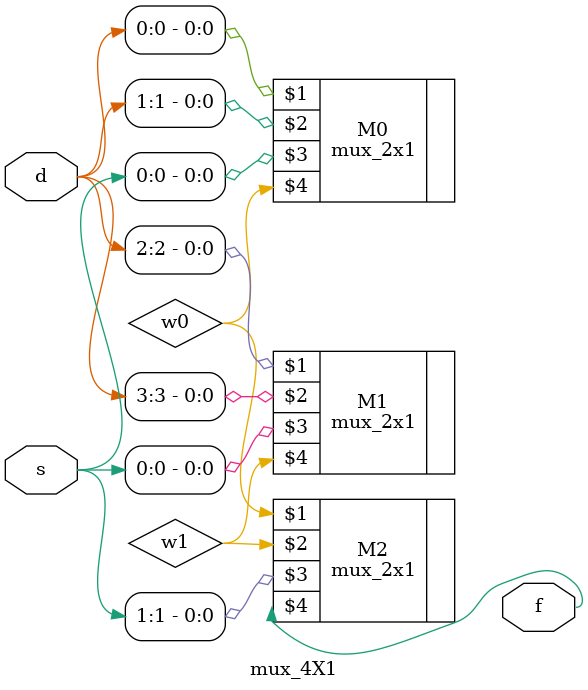
<source format=sv>
`timescale 1ns / 1ps

module mux_4X1(input logic [3:0]d, input logic [1:0]s, output logic f);
    
    logic w0, w1;
    
    mux_2x1 M0(d[0],d[1],s[0],w0);
    mux_2x1 M1(d[2],d[3],s[0],w1);
    
    mux_2x1 M2(w0,w1,s[1],f);
    
endmodule

</source>
